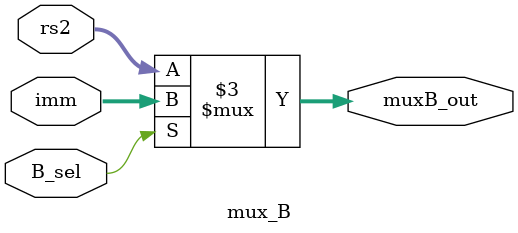
<source format=v>
module mux_B (input [31:0] imm,// gia tri so tu don immediate lay tu khoi immGen
		 rs2,// gia tri toanhang hai cua khoi ALU duoc luu trong khoi Reg[] rs2,
              input B_sel,
              output reg [31:0] muxB_out);
always @(B_sel, imm, rs2) begin
  if (B_sel)// Bsel = 1 chon lay gia tri immediatecho cac phep jump, so sanh nhay
    muxB_out= imm;
  else//Bsel = 0 chon lay gia tri rs2 cho vao toan hang 2 cua khoi ALU tinh toan cac phep tinh binh thuong
    muxB_out= rs2;
end
endmodule
</source>
